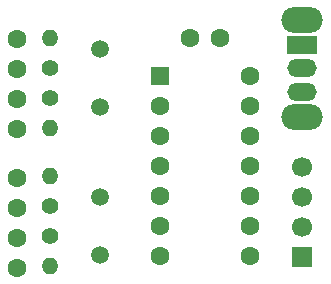
<source format=gbr>
%TF.GenerationSoftware,KiCad,Pcbnew,9.0.1*%
%TF.CreationDate,2025-04-18T19:28:51+01:00*%
%TF.ProjectId,ClockSel,436c6f63-6b53-4656-9c2e-6b696361645f,rev?*%
%TF.SameCoordinates,Original*%
%TF.FileFunction,Soldermask,Bot*%
%TF.FilePolarity,Negative*%
%FSLAX46Y46*%
G04 Gerber Fmt 4.6, Leading zero omitted, Abs format (unit mm)*
G04 Created by KiCad (PCBNEW 9.0.1) date 2025-04-18 19:28:51*
%MOMM*%
%LPD*%
G01*
G04 APERTURE LIST*
G04 Aperture macros list*
%AMRoundRect*
0 Rectangle with rounded corners*
0 $1 Rounding radius*
0 $2 $3 $4 $5 $6 $7 $8 $9 X,Y pos of 4 corners*
0 Add a 4 corners polygon primitive as box body*
4,1,4,$2,$3,$4,$5,$6,$7,$8,$9,$2,$3,0*
0 Add four circle primitives for the rounded corners*
1,1,$1+$1,$2,$3*
1,1,$1+$1,$4,$5*
1,1,$1+$1,$6,$7*
1,1,$1+$1,$8,$9*
0 Add four rect primitives between the rounded corners*
20,1,$1+$1,$2,$3,$4,$5,0*
20,1,$1+$1,$4,$5,$6,$7,0*
20,1,$1+$1,$6,$7,$8,$9,0*
20,1,$1+$1,$8,$9,$2,$3,0*%
G04 Aperture macros list end*
%ADD10C,1.600000*%
%ADD11R,1.700000X1.700000*%
%ADD12C,1.700000*%
%ADD13C,1.500000*%
%ADD14C,1.400000*%
%ADD15O,1.400000X1.400000*%
%ADD16O,3.500000X2.200000*%
%ADD17R,2.500000X1.500000*%
%ADD18O,2.500000X1.500000*%
%ADD19RoundRect,0.250000X-0.550000X-0.550000X0.550000X-0.550000X0.550000X0.550000X-0.550000X0.550000X0*%
G04 APERTURE END LIST*
D10*
%TO.C,C3*%
X118650000Y-81710000D03*
X118650000Y-79210000D03*
%TD*%
%TO.C,C4*%
X118650000Y-84310000D03*
X118650000Y-86810000D03*
%TD*%
D11*
%TO.C,J1*%
X142780000Y-85890000D03*
D12*
X142780000Y-83350000D03*
X142780000Y-80810000D03*
X142780000Y-78270000D03*
%TD*%
D13*
%TO.C,Y2*%
X125635000Y-80810000D03*
X125635000Y-85690000D03*
%TD*%
D10*
%TO.C,C5*%
X135775000Y-67360000D03*
X133275000Y-67360000D03*
%TD*%
%TO.C,C2*%
X118650000Y-72555000D03*
X118650000Y-75055000D03*
%TD*%
D14*
%TO.C,R3*%
X121444000Y-81584000D03*
D15*
X121444000Y-79044000D03*
%TD*%
D13*
%TO.C,Y1*%
X125635000Y-68310000D03*
X125635000Y-73190000D03*
%TD*%
D14*
%TO.C,R2*%
X121444000Y-72440000D03*
D15*
X121444000Y-74980000D03*
%TD*%
D10*
%TO.C,C1*%
X118650000Y-69975000D03*
X118650000Y-67475000D03*
%TD*%
D16*
%TO.C,SW1*%
X142780000Y-65820000D03*
X142780000Y-74020000D03*
D17*
X142780000Y-67920000D03*
D18*
X142780000Y-69920000D03*
X142780000Y-71920000D03*
%TD*%
D14*
%TO.C,R4*%
X121444000Y-84124000D03*
D15*
X121444000Y-86664000D03*
%TD*%
D19*
%TO.C,U1*%
X130715000Y-70535000D03*
D10*
X130715000Y-73075000D03*
X130715000Y-75615000D03*
X130715000Y-78155000D03*
X130715000Y-80695000D03*
X130715000Y-83235000D03*
X130715000Y-85775000D03*
X138335000Y-85775000D03*
X138335000Y-83235000D03*
X138335000Y-80695000D03*
X138335000Y-78155000D03*
X138335000Y-75615000D03*
X138335000Y-73075000D03*
X138335000Y-70535000D03*
%TD*%
D14*
%TO.C,R1*%
X121444000Y-69900000D03*
D15*
X121444000Y-67360000D03*
%TD*%
M02*

</source>
